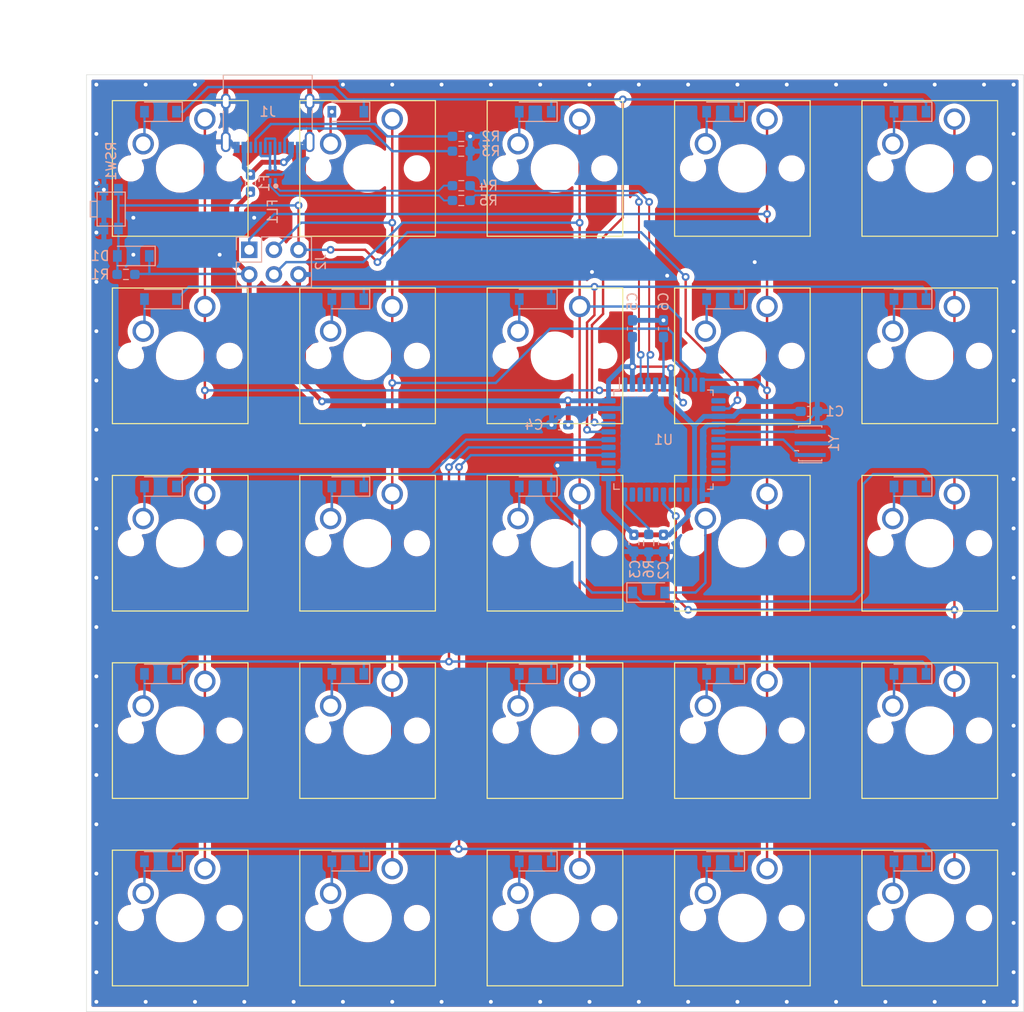
<source format=kicad_pcb>
(kicad_pcb (version 20211014) (generator pcbnew)
  (layers (0 "F.Cu" signal) (31 "B.Cu" signal) (34 "B.Paste" user) (35 "F.Paste" user) (36 "B.SilkS" user "B.Silkscreen") (37 "F.SilkS" user "F.Silkscreen") (38 "B.Mask" user) (39 "F.Mask" user) (44 "Edge.Cuts" user))
  (net 0 "")
  (net 1 "VCC")
  (net 2 "GND")
  (net 3 "row0")
  (net 4 "Net-(D2-Pad2)")
  (net 5 "Net-(D3-Pad2)")
  (net 6 "Net-(D4-Pad2)")
  (net 7 "Net-(D5-Pad2)")
  (net 8 "Net-(D6-Pad2)")
  (net 9 "Net-(D7-Pad2)")
  (net 10 "row1")
  (net 11 "Net-(D8-Pad2)")
  (net 12 "Net-(D9-Pad2)")
  (net 13 "col4")
  (net 14 "Net-(D11-Pad2)")
  (net 15 "Net-(D12-Pad2)")
  (net 16 "Net-(D13-Pad2)")
  (net 17 "row2")
  (net 18 "Net-(D14-Pad2)")
  (net 19 "Net-(D15-Pad2)")
  (net 20 "Net-(D16-Pad2)")
  (net 21 "Net-(D17-Pad2)")
  (net 22 "Net-(D18-Pad2)")
  (net 23 "Net-(D19-Pad2)")
  (net 24 "Net-(D20-Pad2)")
  (net 25 "Net-(D21-Pad2)")
  (net 26 "reset")
  (net 27 "Net-(F1-Pad2)")
  (net 28 "Net-(R6-Pad1)")
  (net 29 "col0")
  (net 30 "row3")
  (net 31 "row4")
  (net 32 "Net-(D10-Pad2)")
  (net 33 "Net-(D22-Pad2)")
  (net 34 "Net-(D23-Pad2)")
  (net 35 "Net-(D24-Pad2)")
  (net 36 "Net-(D25-Pad2)")
  (net 37 "Net-(J1-PadA5)")
  (net 38 "Net-(J1-PadB5)")
  (net 39 "Net-(U1-Pad17)")
  (net 40 "Net-(U1-Pad16)")
  (net 41 "Net-(C6-Pad2)")
  (net 42 "SCK")
  (net 43 "MOSI")
  (net 44 "MISO")
  (net 45 "D1+")
  (net 46 "D1-")
  (net 47 "D2-")
  (net 48 "D2+")
  (net 49 "D3+")
  (net 50 "D3-")
  (net 51 "Net-(D26-Pad2)")
  (net 56 "SCL")
  (net 57 "SDA")
  (net 58 "data")
  (net 59 "LED")
  (net 64 "col5")
  (net 68 "row5")
  (footprint "Button_Switch_Keyboard:SW_Cherry_MX_1.00u_PCB" (layer "F.Cu") (at 120.904 132.588)
    (fp_text reference "SW20" hide)
    (fp_text value "SW_PUSH")
  )
  (footprint "Button_Switch_Keyboard:SW_Cherry_MX_1.00u_PCB" (layer "F.Cu") (at 101.6 55.372)
    (fp_text reference "SW11" hide)
    (fp_text value "SW_PUSH")
  )
  (footprint "Button_Switch_Keyboard:SW_Cherry_MX_1.00u_PCB" (layer "F.Cu") (at 82.296 132.588)
    (fp_text reference "SW10" hide)
    (fp_text value "SW_PUSH")
  )
  (footprint "Button_Switch_Keyboard:SW_Cherry_MX_1.00u_PCB" (layer "F.Cu") (at 82.296 74.676)
    (fp_text reference "SW7" hide)
    (fp_text value "SW_PUSH")
  )
  (footprint "Button_Switch_Keyboard:SW_Cherry_MX_1.00u_PCB" (layer "F.Cu") (at 62.992 74.676)
    (fp_text reference "SW2" hide)
    (fp_text value "SW_PUSH")
  )
  (footprint "Button_Switch_Keyboard:SW_Cherry_MX_1.00u_PCB" (layer "F.Cu") (at 120.904 74.676)
    (fp_text reference "SW17" hide)
    (fp_text value "SW_PUSH")
  )
  (footprint "Button_Switch_Keyboard:SW_Cherry_MX_1.00u_PCB" (layer "F.Cu") (at 140.208 74.676)
    (fp_text reference "SW22" hide)
    (fp_text value "SW_PUSH")
  )
  (footprint "Button_Switch_Keyboard:SW_Cherry_MX_1.00u_PCB" (layer "F.Cu") (at 101.6 74.676)
    (fp_text reference "SW12" hide)
    (fp_text value "SW_PUSH")
  )
  (footprint "Button_Switch_Keyboard:SW_Cherry_MX_1.00u_PCB" (layer "F.Cu") (at 140.208 55.372)
    (fp_text reference "SW21" hide)
    (fp_text value "SW_PUSH")
  )
  (footprint "Button_Switch_Keyboard:SW_Cherry_MX_1.00u_PCB" (layer "F.Cu") (at 140.208 132.588)
    (fp_text reference "SW25" hide)
    (fp_text value "SW_PUSH")
  )
  (footprint "Button_Switch_Keyboard:SW_Cherry_MX_1.00u_PCB" (layer "F.Cu") (at 120.904 55.372)
    (fp_text reference "SW16" hide)
    (fp_text value "SW_PUSH")
  )
  (footprint "Button_Switch_Keyboard:SW_Cherry_MX_1.00u_PCB" (layer "F.Cu") (at 101.6 132.588)
    (fp_text reference "SW15" hide)
    (fp_text value "SW_PUSH")
  )
  (footprint "Button_Switch_Keyboard:SW_Cherry_MX_1.00u_PCB" (layer "F.Cu") (at 62.992 113.284)
    (fp_text reference "SW4" hide)
    (fp_text value "SW_PUSH")
  )
  (footprint "Button_Switch_Keyboard:SW_Cherry_MX_1.00u_PCB" (layer "F.Cu") (at 82.296 113.284)
    (fp_text reference "SW9" hide)
    (fp_text value "SW_PUSH")
  )
  (footprint "Button_Switch_Keyboard:SW_Cherry_MX_1.00u_PCB" (layer "F.Cu") (at 101.6 93.98)
    (fp_text reference "SW13" hide)
    (fp_text value "SW_PUSH")
  )
  (footprint "Button_Switch_Keyboard:SW_Cherry_MX_1.00u_PCB" (layer "F.Cu") (at 101.6 113.284)
    (fp_text reference "SW14" hide)
    (fp_text value "SW_PUSH")
  )
  (footprint "Button_Switch_Keyboard:SW_Cherry_MX_1.00u_PCB" (layer "F.Cu") (at 120.904 93.98)
    (fp_text reference "SW18" hide)
    (fp_text value "SW_PUSH")
  )
  (footprint "Button_Switch_Keyboard:SW_Cherry_MX_1.00u_PCB" (layer "F.Cu") (at 120.904 113.284)
    (fp_text reference "SW19" hide)
    (fp_text value "SW_PUSH")
  )
  (footprint "Button_Switch_Keyboard:SW_Cherry_MX_1.00u_PCB" (layer "F.Cu") (at 140.208 93.98)
    (fp_text reference "SW23" hide)
    (fp_text value "SW_PUSH")
  )
  (footprint "Button_Switch_Keyboard:SW_Cherry_MX_1.00u_PCB" (layer "F.Cu") (at 140.208 113.284)
    (fp_text reference "SW24" hide)
    (fp_text value "SW_PUSH")
  )
  (footprint "Button_Switch_Keyboard:SW_Cherry_MX_1.00u_PCB" (layer "F.Cu") (at 62.992 93.98)
    (fp_text reference "SW3" hide)
    (fp_text value "SW_PUSH")
  )
  (footprint "Button_Switch_Keyboard:SW_Cherry_MX_1.00u_PCB" (layer "F.Cu") (at 82.296 93.98)
    (fp_text reference "SW8" hide)
    (fp_text value "SW_PUSH")
  )
  (footprint "Button_Switch_Keyboard:SW_Cherry_MX_1.00u_PCB" (layer "F.Cu") (at 82.296 55.372)
    (fp_text reference "SW6" hide)
    (fp_text value "SW_PUSH")
  )
  (footprint "Button_Switch_Keyboard:SW_Cherry_MX_1.00u_PCB" (layer "F.Cu") (at 62.992 132.588)
    (fp_text reference "SW5" hide)
    (fp_text value "SW_PUSH")
  )
  (footprint "Button_Switch_Keyboard:SW_Cherry_MX_1.00u_PCB" (layer "F.Cu") (at 62.992 55.372)
    (fp_text reference "SW1" hide)
    (fp_text value "SW_PUSH")
  )
  (footprint "Diode_SMD:D_SOD-123" (layer "B.Cu") (at 97.028 54.61 180)
    (fp_text reference "D12" hide)
    (fp_text value "D")
  )
  (footprint "Diode_SMD:D_SOD-123" (layer "B.Cu") (at 77.724 73.91 180)
    (fp_text reference "D8" hide)
    (fp_text value "D")
  )
  (footprint "Diode_SMD:D_SOD-123" (layer "B.Cu") (at 97.028 73.91 180)
    (fp_text reference "D13" hide)
    (fp_text value "D")
  )
  (footprint "Diode_SMD:D_SOD-123" (layer "B.Cu") (at 116.332 73.91 180)
    (fp_text reference "D18" hide)
    (fp_text value "D")
  )
  (footprint "Diode_SMD:D_SOD-123" (layer "B.Cu") (at 135.636 73.91 180)
    (fp_text reference "D23" hide)
    (fp_text value "D")
  )
  (footprint "Diode_SMD:D_SOD-123" (layer "B.Cu") (at 58.42 131.826 180)
    (fp_text reference "D6" hide)
    (fp_text value "D")
  )
  (footprint "Diode_SMD:D_SOD-123" (layer "B.Cu") (at 77.724 131.826 180)
    (fp_text reference "D11" hide)
    (fp_text value "D")
  )
  (footprint "Diode_SMD:D_SOD-123" (layer "B.Cu") (at 97.028 131.826 180)
    (fp_text reference "D16" hide)
    (fp_text value "D")
  )
  (footprint "Diode_SMD:D_SOD-123" (layer "B.Cu") (at 116.332 131.826 180)
    (fp_text reference "D21" hide)
    (fp_text value "D")
  )
  (footprint "Diode_SMD:D_SOD-123" (layer "B.Cu") (at 135.636 131.826 180)
    (fp_text reference "D26" hide)
    (fp_text value "D")
  )
  (footprint "Diode_SMD:D_SOD-123" (layer "B.Cu") (at 58.42 93.218 180)
    (fp_text reference "D4" hide)
    (fp_text value "D")
  )
  (footprint "Diode_SMD:D_SOD-123" (layer "B.Cu") (at 58.42 112.522 180)
    (fp_text reference "D5" hide)
    (fp_text value "D")
  )
  (footprint "Diode_SMD:D_SOD-123" (layer "B.Cu") (at 77.724 93.218 180)
    (fp_text reference "D9" hide)
    (fp_text value "D")
  )
  (footprint "Diode_SMD:D_SOD-123" (layer "B.Cu") (at 77.724 112.522 180)
    (fp_text reference "D10" hide)
    (fp_text value "D")
  )
  (footprint "Diode_SMD:D_SOD-123" (layer "B.Cu") (at 97.028 93.218 180)
    (fp_text reference "D14" hide)
    (fp_text value "D")
  )
  (footprint "Diode_SMD:D_SOD-123" (layer "B.Cu") (at 108.712 104.14)
    (fp_text reference "D19" hide)
    (fp_text value "D")
  )
  (footprint "Diode_SMD:D_SOD-123" (layer "B.Cu") (at 116.332 112.522 180)
    (fp_text reference "D20" hide)
    (fp_text value "D")
  )
  (footprint "Diode_SMD:D_SOD-123" (layer "B.Cu") (at 135.636 93.218 180)
    (fp_text reference "D24" hide)
    (fp_text value "D")
  )
  (footprint "Diode_SMD:D_SOD-123" (layer "B.Cu") (at 135.636 112.522 180)
    (fp_text reference "D25" hide)
    (fp_text value "D")
  )
  (footprint "Diode_SMD:D_SOD-123" (layer "B.Cu") (at 97.028 112.522 180)
    (fp_text reference "D15" hide)
    (fp_text value "D")
  )
  (footprint "Diode_SMD:D_SOD-123" (layer "B.Cu") (at 116.332 54.61 180)
    (fp_text reference "D17" hide)
    (fp_text value "D")
  )
  (footprint "Diode_SMD:D_SOD-123" (layer "B.Cu") (at 135.636 54.61 180)
    (fp_text reference "D22" hide)
    (fp_text value "D")
  )
  (footprint "Capacitor_SMD:C_0603_1608Metric_Pad1.08x0.95mm_HandSolder" (layer "B.Cu") (at 125.222 85.484)
    (fp_text reference "C1")
    (fp_text value "0.1u")
  )
  (footprint "Capacitor_SMD:C_0603_1608Metric_Pad1.08x0.95mm_HandSolder" (layer "B.Cu") (at 110.236 99.06 -90)
    (fp_text reference "C2")
    (fp_text value "0.1u")
  )
  (footprint "Capacitor_SMD:C_0603_1608Metric_Pad1.08x0.95mm_HandSolder" (layer "B.Cu") (at 107.188 99.06 -90)
    (fp_text reference "C3")
    (fp_text value "0.1u")
  )
  (footprint "Capacitor_SMD:C_0603_1608Metric_Pad1.08x0.95mm_HandSolder" (layer "B.Cu") (at 99.568 86.868 180)
    (fp_text reference "C4")
    (fp_text value "0.1u")
  )
  (footprint "Capacitor_SMD:C_0603_1608Metric_Pad1.08x0.95mm_HandSolder" (layer "B.Cu") (at 107.036 76.962 90)
    (fp_text reference "C5")
    (fp_text value "4.7u")
  )
  (footprint "Capacitor_SMD:C_0603_1608Metric_Pad1.08x0.95mm_HandSolder" (layer "B.Cu") (at 110.236 76.962 -90)
    (fp_text reference "C6")
    (fp_text value "1u")
  )
  (footprint "Diode_SMD:D_SOD-123" (layer "B.Cu") (at 55.626 69.469 180)
    (fp_text reference "D1")
    (fp_text value "D")
  )
  (footprint "Diode_SMD:D_SOD-123" (layer "B.Cu") (at 58.42 73.91 180)
    (fp_text reference "D3" hide)
    (fp_text value "D")
  )
  (footprint "Fuse:Fuse_0603_1608Metric_Pad1.05x0.95mm_HandSolder" (layer "B.Cu") (at 67.691 61.976 90)
    (fp_text reference "F1")
    (fp_text value "Polyfuse")
  )
  (footprint "SAMACSYS:LXES11D" (layer "B.Cu") (at 69.977 61.087)
    (fp_text reference "FL1")
    (fp_text value "LXES11DAA2-137" hide)
  )
  (footprint "Connector_PinHeader_2.54mm:PinHeader_2x03_P2.54mm_Vertical" (layer "B.Cu") (at 67.564 68.834 -90)
    (fp_text reference "J2")
    (fp_text value "Conn_02x03_Odd_Even")
  )
  (footprint "Resistor_SMD:R_0603_1608Metric_Pad0.98x0.95mm_HandSolder" (layer "B.Cu") (at 54.864 71.374)
    (fp_text reference "R1")
    (fp_text value "10k")
  )
  (footprint "Resistor_SMD:R_0603_1608Metric_Pad0.98x0.95mm_HandSolder" (layer "B.Cu") (at 108.712 99.06 -90)
    (fp_text reference "R6")
    (fp_text value "10k")
  )
  (footprint "deci:THAF01-NC-R" (layer "B.Cu") (at 53.34 64.643 90)
    (fp_text reference "RSW1")
    (fp_text value "SW_PUSH")
  )
  (footprint "Crystal:Resonator_SMD_muRata_CSTxExxV-3Pin_3.0x1.1mm_HandSoldering" (layer "B.Cu") (at 125.349 88.773 90)
    (fp_text reference "Y1")
    (fp_text value "Crystal_GND3")
  )
  (footprint "Resistor_SMD:R_0603_1608Metric_Pad0.98x0.95mm_HandSolder" (layer "B.Cu") (at 89.408 58.674 180)
    (fp_text reference "R3")
    (fp_text value "22")
  )
  (footprint "Resistor_SMD:R_0603_1608Metric_Pad0.98x0.95mm_HandSolder" (layer "B.Cu") (at 89.408 62.23 180)
    (fp_text reference "R4")
    (fp_text value "22")
  )
  (footprint "Resistor_SMD:R_0603_1608Metric_Pad0.98x0.95mm_HandSolder" (layer "B.Cu") (at 89.408 63.754 180)
    (fp_text reference "R5")
    (fp_text value "22")
  )
  (footprint "Connector_USB:USB_C_Receptacle_XKB_U262-16XN-4BVC11" (layer "B.Cu") (at 69.469 54.61)
    (fp_text reference "J1")
    (fp_text value "USB_C_Receptacle_USB2.0")
  )
  (footprint "Diode_SMD:D_SOD-123" (layer "B.Cu") (at 58.42 54.61 180)
    (fp_text reference "D2")
    (fp_text value "D")
  )
  (footprint "Resistor_SMD:R_0603_1608Metric_Pad0.98x0.95mm_HandSolder" (layer "B.Cu") (at 89.408 57.15 180)
    (fp_text reference "R2")
    (fp_text value "22")
  )
  (footprint "Diode_SMD:D_SOD-123" (layer "B.Cu") (at 77.724 54.61 180)
    (fp_text reference "D7" hide)
    (fp_text value "D")
  )
  (footprint "Package_QFP:LQFP-44_10x10mm_P0.8mm" (layer "B.Cu") (at 110.236 88.392 -90)
    (fp_text reference "U1")
    (fp_text value "ATmega32U4-MU")
  )
  (gr_line (start 50.8 50.8) (end 50.8 147.32) (layer "Edge.Cuts") (width 0.05))
  (gr_line (start 147.32 50.8) (end 147.32 147.32) (layer "Edge.Cuts") (width 0.05))
  (gr_line (start 147.32 147.32) (end 50.8 147.32) (layer "Edge.Cuts") (width 0.05))
  (gr_line (start 50.8 50.8) (end 147.32 50.8) (layer "Edge.Cuts") (width 0.05))
  (segment (start 100.4305 86.868) (end 100.4305 84.3785) (width 0.5) (layer "F.Cu") (net 1))
  (segment (start 66.263999 64.419001) (end 67.691 62.992) (width 0.5) (layer "F.Cu") (net 1))
  (segment (start 110.846012 80.874012) (end 110.998 81.026) (width 0.25) (layer "F.Cu") (net 1))
  (segment (start 100.4305 84.3785) (end 100.394 84.342) (width 0.5) (layer "F.Cu") (net 1))
  (segment (start 66.263999 64.419001) (end 66.263999 70.073999) (width 0.5) (layer "F.Cu") (net 1))
  (segment (start 107.2025 98.1975) (end 107.2 98.2) (width 0.5) (layer "F.Cu") (net 1))
  (segment (start 66.263999 70.073999) (end 67.564 71.374) (width 0.5) (layer "F.Cu") (net 1))
  (segment (start 67.564 76.953998) (end 75.061005 84.451003) (width 0.5) (layer "F.Cu") (net 1))
  (segment (start 107.036012 80.874012) (end 110.846012 80.874012) (width 0.25) (layer "F.Cu") (net 1))
  (segment (start 110.236 98.1975) (end 107.2025 98.1975) (width 0.5) (layer "F.Cu") (net 1))
  (segment (start 67.564 71.374) (end 67.564 76.953998) (width 0.5) (layer "F.Cu") (net 1))
  (via (at 67.691 62.992) (size 0.8) (drill 0.4) (layers "F.Cu" "B.Cu") (net 1))
  (via (at 110.236 98.1975) (size 0.8) (drill 0.4) (layers "F.Cu" "B.Cu") (net 1))
  (via (at 107.2 98.2) (size 0.8) (drill 0.4) (layers "F.Cu" "B.Cu") (net 1))
  (via (at 110.998 81.026) (size 0.8) (drill 0.4) (layers "F.Cu" "B.Cu") (net 1))
  (via (at 100.394 84.342) (size 0.8) (drill 0.4) (layers "F.Cu" "B.Cu") (net 1))
  (via (at 107.036012 80.874012) (size 0.8) (drill 0.4) (layers "F.Cu" "B.Cu") (net 1))
  (via (at 100.4305 86.868) (size 0.8) (drill 0.4) (layers "F.Cu" "B.Cu") (net 1))
  (via (at 75.061005 84.451003) (size 0.8) (drill 0.4) (layers "F.Cu" "B.Cu") (net 1))
  (segment (start 110.236 98.1975) (end 110.83251 98.1975) (width 0.5) (layer "B.Cu") (net 1))
  (segment (start 113.436 95.098) (end 113.436 94.0545) (width 0.5) (layer "B.Cu") (net 1))
  (segment (start 112.776 96.25401) (end 112.776 95.758) (width 0.5) (layer "B.Cu") (net 1))
  (segment (start 114.414 85.992) (end 115.8985 85.992) (width 0.5) (layer "B.Cu") (net 1))
  (segment (start 104.5735 95.583) (end 104.5735 92.392) (width 0.5) (layer "B.Cu") (net 1))
  (segment (start 111.036 81.064) (end 110.998 81.026) (width 0.5) (layer "B.Cu") (net 1))
  (segment (start 111.036 84.57) (end 113.436 86.97) (width 0.5) (layer "B.Cu") (net 1))
  (segment (start 55.83 71.3205) (end 55.7765 71.374) (width 0.25) (layer "B.Cu") (net 1))
  (segment (start 107.036 82.7295) (end 107.036 80.874) (width 0.5) (layer "B.Cu") (net 1))
  (segment (start 112.776 95.758) (end 113.436 95.098) (width 0.5) (layer "B.Cu") (net 1))
  (segment (start 57.276 71.268) (end 57.2235 71.3205) (width 0.25) (layer "B.Cu") (net 1))
  (segment (start 64.135 71.3205) (end 57.2235 71.3205) (width 0.25) (layer "B.Cu") (net 1))
  (segment (start 117.97 85.484) (end 117.462 85.992) (width 0.5) (layer "B.Cu") (net 1))
  (segment (start 107.036 78.0785) (end 107.036 80.874) (width 0.5) (layer "B.Cu") (net 1))
  (segment (start 104.5735 95.583) (end 107.188 98.1975) (width 0.5) (layer "B.Cu") (net 1))
  (segment (start 117.462 85.992) (end 115.8985 85.992) (width 0.5) (layer "B.Cu") (net 1))
  (segment (start 107.036 80.874) (end 107.036012 80.874012) (width 0.5) (layer "B.Cu") (net 1))
  (segment (start 106.012303 80.874012) (end 107.036012 80.874012) (width 0.5) (layer "B.Cu") (net 1))
  (segment (start 104.5735 84.392) (end 75.120008 84.392) (width 0.5) (layer "B.Cu") (net 1))
  (segment (start 104.5735 84.392) (end 104.5735 82.312815) (width 0.5) (layer "B.Cu") (net 1))
  (segment (start 104.5735 82.312815) (end 106.012303 80.874012) (width 0.5) (layer "B.Cu") (net 1))
  (segment (start 111.036 82.7295) (end 111.036 81.064) (width 0.5) (layer "B.Cu") (net 1))
  (segment (start 110.83251 98.1975) (end 112.776 96.25401) (width 0.5) (layer "B.Cu") (net 1))
  (segment (start 113.436 86.97) (end 114.414 85.992) (width 0.5) (layer "B.Cu") (net 1))
  (segment (start 75.120008 84.392) (end 75.061005 84.451003) (width 0.5) (layer "B.Cu") (net 1))
  (segment (start 113.436 94.0545) (end 113.436 86.97) (width 0.5) (layer "B.Cu") (net 1))
  (segment (start 57.2235 71.3205) (end 55.83 71.3205) (width 0.25) (layer "B.Cu") (net 1))
  (segment (start 64.135 71.3205) (end 67.5105 71.3205) (width 0.25) (layer "B.Cu") (net 1))
  (segment (start 67.5105 71.3205) (end 67.564 71.374) (width 0.25) (layer "B.Cu") (net 1))
  (segment (start 111.036 82.7295) (end 111.036 84.57) (width 0.5) (layer "B.Cu") (net 1))
  (segment (start 57.276 69.469) (end 57.276 71.268) (width 0.25) (layer "B.Cu") (net 1))
  (segment (start 124.3595 85.484) (end 117.97 85.484) (width 0.5) (layer "B.Cu") (net 1))
  (segment (start 73.152 58.352) (end 73.152 61.087) (width 0.5) (layer "F.Cu") (net 2))
  (segment (start 110.236 76.0995) (end 110.236 71.882) (width 0.5) (layer "F.Cu") (net 2))
  (segment (start 73.944001 78.319498) (end 73.152 79.111499) (width 0.5) (layer "F.Cu") (net 2))
  (segment (start 110.236 71.882) (end 110.617 71.501) (width 0.5) (layer "F.Cu") (net 2))
  (segment (start 73.789 57.715) (end 73.152 58.352) (width 0.5) (layer "F.Cu") (net 2))
  (segment (start 73.789 53.535) (end 73.789 57.715) (width 0.5) (layer "F.Cu") (net 2))
  (segment (start 98.679 86.8945) (end 98.7055 86.868) (width 0.25) (layer "F.Cu") (net 2))
  (segment (start 73.152 80.645) (end 79.375 86.868) (width 0.5) (layer "F.Cu") (net 2))
  (segment (start 73.914 71.374) (end 73.944001 71.404001) (width 0.5) (layer "F.Cu") (net 2))
  (segment (start 73.789 53.535) (end 86.7055 53.535) (width 0.25) (layer "F.Cu") (net 2))
  (segment (start 112.014 70.104) (end 119.634 70.104) (width 0.5) (layer "F.Cu") (net 2))
  (segment (start 73.944001 61.879001) (end 73.944001 71.404001) (width 0.5) (layer "F.Cu") (net 2))
  (segment (start 110.617 71.501) (end 112.014 70.104) (width 0.5) (layer "F.Cu") (net 2))
  (segment (start 73.152 79.111499) (end 73.152 80.645) (width 0.5) (layer "F.Cu") (net 2))
  (segment (start 65.149 53.535) (end 53.907 53.535) (width 0.25) (layer "F.Cu") (net 2))
  (segment (start 98.7055 90.4505) (end 99.314 91.059) (width 0.5) (layer "F.Cu") (net 2))
  (segment (start 73.944001 71.404001) (end 73.944001 78.319498) (width 0.5) (layer "F.Cu") (net 2))
  (segment (start 73.152 61.087) (end 73.944001 61.879001) (width 0.5) (layer "F.Cu") (net 2))
  (segment (start 72.644 71.374) (end 73.914 71.374) (width 0.5) (layer "F.Cu") (net 2))
  (segment (start 98.7055 86.868) (end 98.7055 90.4505) (width 0.5) (layer "F.Cu") (net 2))
  (segment (start 52.59 54.852) (end 52.59 62.643) (width 0.25) (layer "F.Cu") (net 2))
  (segment (start 86.7055 53.535) (end 90.3205 57.15) (width 0.25) (layer "F.Cu") (net 2))
  (segment (start 53.907 53.535) (end 52.59 54.852) (width 0.25) (layer "F.Cu") (net 2))
  (via (at 82.296 51.816) (size 0.8) (drill 0.4) (layers "F.Cu" "B.Cu") (net 2))
  (via (at 87.376 51.816) (size 0.8) (drill 0.4) (layers "F.Cu" "B.Cu") (net 2))
  (via (at 92.456 51.816) (size 0.8) (drill 0.4) (layers "F.Cu" "B.Cu") (net 2))
  (via (at 97.536 51.816) (size 0.8) (drill 0.4) (layers "F.Cu" "B.Cu") (net 2))
  (via (at 102.616 51.816) (size 0.8) (drill 0.4) (layers "F.Cu" "B.Cu") (net 2))
  (via (at 107.696 51.816) (size 0.8) (drill 0.4) (layers "F.Cu" "B.Cu") (net 2))
  (via (at 112.776 51.816) (size 0.8) (drill 0.4) (layers "F.Cu" "B.Cu") (net 2))
  (via (at 117.856 51.816) (size 0.8) (drill 0.4) (layers "F.Cu" "B.Cu") (net 2))
  (via (at 122.936 51.816) (size 0.8) (drill 0.4) (layers "F.Cu" "B.Cu") (net 2))
  (via (at 128.016 51.816) (size 0.8) (drill 0.4) (layers "F.Cu" "B.Cu") (net 2))
  (via (at 133.096 51.816) (size 0.8) (drill 0.4) (layers "F.Cu" "B.Cu") (net 2))
  (via (at 138.176 51.816) (size 0.8) (drill 0.4) (layers "F.Cu" "B.Cu") (net 2))
  (via (at 143.256 51.816) (size 0.8) (drill 0.4) (layers "F.Cu" "B.Cu") (net 2))
  (via (at 146.304 51.816) (size 0.8) (drill 0.4) (layers "F.Cu" "B.Cu") (net 2))
  (via (at 146.304 56.896) (size 0.8) (drill 0.4) (layers "F.Cu" "B.Cu") (net 2))
  (via (at 146.304 61.976) (size 0.8) (drill 0.4) (layers "F.Cu" "B.Cu") (net 2))
  (via (at 146.304 67.056) (size 0.8) (drill 0.4) (layers "F.Cu" "B.Cu") (net 2))
  (via (at 146.304 72.136) (size 0.8) (drill 0.4) (layers "F.Cu" "B.Cu") (net 2))
  (via (at 146.304 77.216) (size 0.8) (drill 0.4) (layers "F.Cu" "B.Cu") (net 2))
  (via (at 146.304 82.296) (size 0.8) (drill 0.4) (layers "F.Cu" "B.Cu") (net 2))
  (via (at 146.304 87.376) (size 0.8) (drill 0.4) (layers "F.Cu" "B.Cu") (net 2))
  (via (at 146.304 92.456) (size 0.8) (drill 0.4) (layers "F.Cu" "B.Cu") (net 2))
  (via (at 146.304 97.536) (size 0.8) (drill 0.4) (layers "F.Cu" "B.Cu") (net 2))
  (via (at 146.304 102.616) (size 0.8) (drill 0.4) (layers "F.Cu" "B.Cu") (net 2))
  (via (at 146.304 107.696) (size 0.8) (drill 0.4) (layers "F.Cu" "B.Cu") (net 2))
  (via (at 146.304 112.776) (size 0.8) (drill 0.4) (layers "F.Cu" "B.Cu") (net 2))
  (via (at 146.304 117.856) (size 0.8) (drill 0.4) (layers "F.Cu" "B.Cu") (net 2))
  (via (at 146.304 122.936) (size 0.8) (drill 0.4) (layers "F.Cu" "B.Cu") (net 2))
  (via (at 146.304 128.016) (size 0.8) (drill 0.4) (layers "F.Cu" "B.Cu") (net 2))
  (via (at 146.304 133.096) (size 0.8) (drill 0.4) (layers "F.Cu" "B.Cu") (net 2))
  (via (at 146.304 138.176) (size 0.8) (drill 0.4) (layers "F.Cu" "B.Cu") (net 2))
  (via (at 146.304 143.256) (size 0.8) (drill 0.4) (layers "F.Cu" "B.Cu") (net 2))
  (via (at 146.304 146.304) (size 0.8) (drill 0.4) (layers "F.Cu" "B.Cu") (net 2))
  (via (at 51.816 77.216) (size 0.8) (drill 0.4) (layers "F.Cu" "B.Cu") (net 2))
  (via (at 51.816 82.296) (size 0.8) (drill 0.4) (layers "F.Cu" "B.Cu") (net 2))
  (via (at 51.816 87.376) (size 0.8) (drill 0.4) (layers "F.Cu" "B.Cu") (net 2))
  (via (at 51.816 92.456) (size 0.8) (drill 0.4) (layers "F.Cu" "B.Cu") (net 2))
  (via (at 51.816 97.536) (size 0.8) (drill 0.4) (layers "F.Cu" "B.Cu") (net 2))
  (via (at 51.816 102.616) (size 0.8) (drill 0.4) (layers "F.Cu" "B.Cu") (net 2))
  (via (at 51.816 107.696) (size 0.8) (drill 0.4) (layers "F.Cu" "B.Cu") (net 2))
  (via (at 51.816 112.776) (size 0.8) (drill 0.4) (layers "F.Cu" "B.Cu") (net 2))
  (via (at 51.816 117.856) (size 0.8) (drill 0.4) (layers "F.Cu" "B.Cu") (net 2))
  (via (at 51.816 122.936) (size 0.8) (drill 0.4) (layers "F.Cu" "B.Cu") (net 2))
  (via (at 51.816 128.016) (size 0.8) (drill 0.4) (layers "F.Cu" "B.Cu") (net 2))
  (via (at 51.816 133.096) (size 0.8) (drill 0.4) (layers "F.Cu" "B.Cu") (net 2))
  (via (at 51.816 138.176) (size 0.8) (drill 0.4) (layers "F.Cu" "B.Cu") (net 2))
  (via (at 51.816 143.256) (size 0.8) (drill 0.4) (layers "F.Cu" "B.Cu") (net 2))
  (via (at 51.816 146.304) (size 0.8) (drill 0.4) (layers "F.Cu" "B.Cu") (net 2))
  (via (at 56.896 146.304) (size 0.8) (drill 0.4) (layers "F.Cu" "B.Cu") (net 2))
  (via (at 61.976 146.304) (size 0.8) (drill 0.4) (layers "F.Cu" "B.Cu") (net 2))
  (via (at 67.056 146.304) (size 0.8) (drill 0.4) (layers "F.Cu" "B.Cu") (net 2))
  (via (at 72.136 146.304) (size 0.8) (drill 0.4) (layers "F.Cu" "B.Cu") (net 2))
  (via (at 77.216 146.304) (size 0.8) (drill 0.4) (layers "F.Cu" "B.Cu") (net 2))
  (via (at 82.296 146.304) (size 0.8) (drill 0.4) (layers "F.Cu" "B.Cu") (net 2))
  (via (at 87.376 146.304) (size 0.8) (drill 0.4) (layers "F.Cu" "B.Cu") (net 2))
  (via (at 92.456 146.304) (size 0.8) (drill 0.4) (layers "F.Cu" "B.Cu") (net 2))
  (via (at 97.536 146.304) (size 0.8) (drill 0.4) (layers "F.Cu" "B.Cu") (net 2))
  (via (at 102.616 146.304) (size 0.8) (drill 0.4) (layers "F.Cu" "B.Cu") (net 2))
  (via (at 107.696 146.304) (size 0.8) (drill 0.4) (layers "F.Cu" "B.Cu") (net 2))
  (via (at 112.776 146.304) (size 0.8) (drill 0.4) (layers "F.Cu" "B.Cu") (net 2))
  (via (at 117.856 146.304) (size 0.8) (drill 0.4) (layers "F.Cu" "B.Cu") (net 2))
  (via (at 122.936 146.304) (size 0.8) (drill 0.4) (layers "F.Cu" "B.Cu") (net 2))
  (via (at 128.016 146.304) (size 0.8) (drill 0.4) (layers "F.Cu" "B.Cu") (net 2))
  (via (at 133.096 146.304) (size 0.8) (drill 0.4) (layers "F.Cu" "B.Cu") (net 2))
  (via (at 138.176 146.304) (size 0.8) (drill 0.4) (layers "F.Cu" "B.Cu") (net 2))
  (via (at 143.256 146.304) (size 0.8) (drill 0.4) (layers "F.Cu" "B.Cu") (net 2))
  (via (at 56.896 51.816) (size 0.8) (drill 0.4) (layers "F.Cu" "B.Cu") (net 2))
  (via (at 61.976 51.816) (size 0.8) (drill 0.4) (layers "F.Cu" "B.Cu") (net 2))
  (via (at 77.216 51.816) (size 0.8) (drill 0.4) (layers "F.Cu" "B.Cu") (net 2))
  (via (at 51.816 56.896) (size 0.8) (drill 0.4) (layers "F.Cu" "B.Cu") (net 2))
  (via (at 51.816 61.976) (size 0.8) (drill 0.4) (layers "F.Cu" "B.Cu") (net 2))
  (via (at 51.816 67.056) (size 0.8) (drill 0.4) (layers "F.Cu" "B.Cu") (net 2))
  (via (at 51.816 72.136) (size 0.8) (drill 0.4) (layers "F.Cu" "B.Cu") (net 2))
  (via (at 55.626 69.342) (size 0.8) (drill 0.4) (layers "F.Cu" "B.Cu") (net 2))
  (via (at 52.59 62.643) (size 0.8) (drill 0.4) (layers "F.Cu" "B.Cu") (net 2))
  (via (at 79.375 86.868) (size 0.8) (drill 0.4) (layers "F.Cu" "B.Cu") (net 2))
  (via (at 55.626 65.532) (size 0.8) (drill 0.4) (layers "F.Cu" "B.Cu") (net 2))
  (via (at 51.816 51.816) (size 0.8) (drill 0.4) (layers "F.Cu" "B.Cu") (net 2))
  (via (at 90.3205 57.15) (size 0.8) (drill 0.4) (layers "F.Cu" "B.Cu") (net 2))
  (via (at 98.7055 86.868) (size 0.8) (drill 0.4) (layers "F.Cu" "B.Cu") (net 2))
  (via (at 99.314 91.059) (size 0.8) (drill 0.4) (layers "F.Cu" "B.Cu") (net 2))
  (via (at 64.516 69.342) (size 0.8) (drill 0.4) (layers "F.Cu" "B.Cu") (net 2))
  (via (at 102.87 71.12) (size 0.8) (drill 0.4) (layers "F.Cu" "B.Cu") (net 2))
  (via (at 119.634 70.104) (size 0.8) (drill 0.4) (layers "F.Cu" "B.Cu") (net 2))
  (via (at 68.072 65.532) (size 0.8) (drill 0.4) (layers "F.Cu" "B.Cu") (net 2))
  (via (at 110.236 76.0995) (size 0.8) (drill 0.4) (layers "F.Cu" "B.Cu") (net 2))
  (via (at 110.617 71.501) (size 0.8) (drill 0.4) (layers "F.Cu" "B.Cu") (net 2))
  (segment (start 115.055144 86.86699) (end 115.054134 86.868) (width 0.5) (layer "B.Cu") (net 2))
  (segment (start 115.8985 86.792) (end 124.7765 86.792) (width 0.25) (layer "B.Cu") (net 2))
  (segment (start 104.5735 85.192) (end 100.3815 85.192) (width 0.5) (layer "B.Cu") (net 2))
  (segment (start 103.48 91.592) (end 99.847 91.592) (width 0.5) (layer "B.Cu") (net 2))
  (segment (start 115.8985 86.7935) (end 115.82501 86.86699) (width 0.5) (layer "B.Cu") (net 2))
  (segment (start 114.236 87.44) (end 114.236 94.0545) (width 0.5) (layer "B.Cu") (net 2))
  (segment (start 100.3815 85.192) (end 98.7055 86.868) (width 0.5) (layer "B.Cu") (net 2))
  (segment (start 73.224 58.28) (end 73.789 57.715) (width 0.5) (layer "B.Cu") (net 2))
  (segment (start 104.5735 85.192) (end 107.741866 85.192) (width 0.5) (layer "B.Cu") (net 2))
  (segment (start 124.7765 86.792) (end 127.178 86.792) (width 0.25) (layer "B.Cu") (net 2))
  (segment (start 127.762 88.21) (end 127.199 88.773) (width 0.25) (layer "B.Cu") (net 2))
  (segment (start 125.341 88.781) (end 125.349 88.773) (width 0.25) (layer "B.Cu") (net 2))
  (segment (start 115.8985 86.792) (end 115.8985 86.7935) (width 0.5) (layer "B.Cu") (net 2))
  (segment (start 107.188 99.9225) (end 103.38599 96.12049) (width 0.5) (layer "B.Cu") (net 2))
  (segment (start 72.519 59.495) (end 72.519 58.28) (width 0.25) (layer "B.Cu") (net 2))
  (segment (start 104.5735 91.592) (end 103.48 91.592) (width 0.5) (layer "B.Cu") (net 2))
  (segment (start 70.927 61.087) (end 72.519 59.495) (width 0.25) (layer "B.Cu") (net 2))
  (segment (start 65.149 57.715) (end 65.149 53.535) (width 0.5) (layer "B.Cu") (net 2))
  (segment (start 72.819 58.28) (end 73.224 58.28) (width 0.5) (layer "B.Cu") (net 2))
  (segment (start 109.436 83.497866) (end 109.436 82.7295) (width 0.5) (layer "B.Cu") (net 2))
  (segment (start 108.712 99.9725) (end 110.186 99.9725) (width 0.5) (layer "B.Cu") (net 2))
  (segment (start 52.59 62.643) (end 52.59 66.643) (width 0.25) (layer "B.Cu") (net 2))
  (segment (start 115.82501 86.86699) (end 115.055144 86.86699) (width 0.5) (layer "B.Cu") (net 2))
  (segment (start 107.188 99.9225) (end 108.662 99.9225) (width 0.5) (layer "B.Cu") (net 2))
  (segment (start 107.741866 85.192) (end 109.436 83.497866) (width 0.5) (layer "B.Cu") (net 2))
  (segment (start 65.149 53.535) (end 73.789 53.535) (width 0.5) (layer "B.Cu") (net 2))
  (segment (start 72.519 58.28) (end 72.819 58.28) (width 0.25) (layer "B.Cu") (net 2))
  (segment (start 127.762 87.376) (end 127.762 88.21) (width 0.25) (layer "B.Cu") (net 2))
  (segment (start 99.847 91.592) (end 99.314 91.059) (width 0.5) (layer "B.Cu") (net 2))
  (segment (start 65.554 57.715) (end 66.119 58.28) (width 0.5) (layer "B.Cu") (net 2))
  (segment (start 79.375 86.868) (end 98.7055 86.868) (width 0.5) (layer "B.Cu") (net 2))
  (segment (start 70.477 61.087) (end 70.927 61.087) (width 0.25) (layer "B.Cu") (net 2))
  (segment (start 65.149 57.715) (end 65.554 57.715) (width 0.5) (layer "B.Cu") (net 2))
  (segment (start 103.38599 91.68601) (end 103.48 91.592) (width 0.5) (layer "B.Cu") (net 2))
  (segment (start 115.054134 86.868) (end 114.808 86.868) (width 0.5) (layer "B.Cu") (net 2))
  (segment (start 90.3205 57.15) (end 90.3205 58.674) (width 0.25) (layer "B.Cu") (net 2))
  (segment (start 127.178 86.792) (end 127.762 87.376) (width 0.25) (layer "B.Cu") (net 2))
  (segment (start 114.808 86.868) (end 114.236 87.44) (width 0.5) (layer "B.Cu") (net 2))
  (segment (start 69.477 61.087) (end 70.477 61.087) (width 0.25) (layer "B.Cu") (net 2))
  (segment (start 124.7765 86.792) (end 126.0845 85.484) (width 0.25) (layer "B.Cu") (net 2))
  (segment (start 110.186 99.9725) (end 110.236 99.9225) (width 0.5) (layer "B.Cu") (net 2))
  (segment (start 103.38599 96.12049) (end 103.38599 91.68601) (width 0.5) (layer "B.Cu") (net 2))
  (segment (start 107.036 76.0995) (end 110.236 76.0995) (width 0.5) (layer "B.Cu") (net 2))
  (segment (start 127.199 88.773) (end 125.349 88.773) (width 0.25) (layer "B.Cu") (net 2))
  (segment (start 66.119 58.28) (end 66.419 58.28) (width 0.25) (layer "B.Cu") (net 2))
  (segment (start 108.662 99.9225) (end 108.712 99.9725) (width 0.5) (layer "B.Cu") (net 2))
  (segment (start 106.045 62.395998) (end 106.045 53.34) (width 0.25) (layer "F.Cu") (net 3))
  (segment (start 102.87 86.36) (end 102.87 76.581) (width 0.25) (layer "F.Cu") (net 3))
  (segment (start 104.013 67.564) (end 106.045 65.532) (width 0.25) (layer "F.Cu") (net 3))
  (segment (start 106.045 65.532) (end 106.045 62.395998) (width 0.25) (layer "F.Cu") (net 3))
  (segment (start 104.013 75.438) (end 104.013 67.564) (width 0.25) (layer "F.Cu") (net 3))
  (segment (start 103.124 86.614) (end 102.87 86.36) (width 0.25) (layer "F.Cu") (net 3))
  (segment (start 102.87 76.581) (end 104.013 75.438) (width 0.25) (layer "F.Cu") (net 3))
  (via (at 103.124 86.614) (size 0.8) (drill 0.4) (layers "F.Cu" "B.Cu") (net 3))
  (via (at 106.045 53.34) (size 0.8) (drill 0.4) (layers "F.Cu" "B.Cu") (net 3))
  (segment (start 63.31 52.07) (end 76.396998 52.07) (width 0.25) (layer "B.Cu") (net 3))
  (segment (start 117.982 54.61) (end 117.982 53.341) (width 0.25) (layer "B.Cu") (net 3))
  (segment (start 137.286 54.61) (end 137.286 53.72) (width 0.25) (layer "B.Cu") (net 3))
  (segment (start 106.045 53.34) (end 103.251 53.34) (width 0.25) (layer "B.Cu") (net 3))
  (segment (start 136.906 53.34) (end 132.588 53.34) (width 0.25) (layer "B.Cu") (net 3))
  (segment (start 77.666998 53.34) (end 79.375 53.34) (width 0.25) (layer "B.Cu") (net 3))
  (segment (start 104.5735 86.792) (end 103.302 86.792) (width 0.25) (layer "B.Cu") (net 3))
  (segment (start 103.302 86.792) (end 103.124 86.614) (width 0.25) (layer "B.Cu") (net 3))
  (segment (start 98.679 53.34) (end 79.375 53.34) (width 0.25) (layer "B.Cu") (net 3))
  (segment (start 98.678 54.61) (end 98.678 53.341) (width 0.25) (layer "B.Cu") (net 3))
  (segment (start 79.374 54.61) (end 79.374 53.341) (width 0.25) (layer "B.Cu") (net 3))
  (segment (start 117.983 53.34) (end 106.045 53.34) (width 0.25) (layer "B.Cu") (net 3))
  (segment (start 98.678 53.341) (end 98.679 53.34) (width 0.25) (layer "B.Cu") (net 3))
  (segment (start 137.286 53.72) (end 136.906 53.34) (width 0.25) (layer "B.Cu") (net 3))
  (segment (start 60.77 54.61) (end 63.31 52.07) (width 0.25) (layer "B.Cu") (net 3))
  (segment (start 132.588 53.34) (end 117.983 53.34) (width 0.25) (layer "B.Cu") (net 3))
  (segment (start 79.374 53.341) (end 79.375 53.34) (width 0.25) (layer "B.Cu") (net 3))
  (segment (start 60.07 54.61) (end 60.77 54.61) (width 0.25) (layer "B.Cu") (net 3))
  (segment (start 117.982 53.341) (end 117.983 53.34) (width 0.25) (layer "B.Cu") (net 3))
  (segment (start 103.251 53.34) (end 98.679 53.34) (width 0.25) (layer "B.Cu") (net 3))
  (segment (start 76.396998 52.07) (end 77.666998 53.34) (width 0.25) (layer "B.Cu") (net 3))
  (segment (start 56.77 57.784) (end 56.642 57.912) (width 0.25) (layer "B.Cu") (net 4))
  (segment (start 56.77 54.61) (end 56.77 57.784) (width 0.25) (layer "B.Cu") (net 4))
  (segment (start 56.77 73.91) (end 56.77 77.088) (width 0.25) (layer "B.Cu") (net 5))
  (segment (start 56.77 77.088) (end 56.642 77.216) (width 0.25) (layer "B.Cu") (net 5))
  (segment (start 56.77 93.214) (end 56.77 96.392) (width 0.25) (layer "B.Cu") (net 6))
  (segment (start 56.77 96.392) (end 56.642 96.52) (width 0.25) (layer "B.Cu") (net 6))
  (segment (start 56.77 112.518) (end 56.77 115.696) (width 0.25) (layer "B.Cu") (net 7))
  (segment (start 56.77 115.696) (end 56.642 115.824) (width 0.25) (layer "B.Cu") (net 7))
  (segment (start 56.77 135) (end 56.642 135.128) (width 0.25) (layer "B.Cu") (net 8))
  (segment (start 56.77 131.822) (end 56.77 135) (width 0.25) (layer "B.Cu") (net 8))
  (segment (start 75.946 54.737) (end 76.073 54.61) (width 0.25) (layer "F.Cu") (net 9))
  (segment (start 75.946 57.912) (end 75.946 54.737) (width 0.25) (layer "F.Cu") (net 9))
  (via (at 76.073 54.61) (size 0.8) (drill 0.4) (layers "F.Cu" "B.Cu") (net 9))
  (segment (start 102.362 76.327) (end 103.123984 75.565016) (width 0.25) (layer "F.Cu") (net 10))
  (segment (start 102.362 87.376) (end 102.362 76.327) (width 0.25) (layer "F.Cu") (net 10))
  (segment (start 103.123984 72.644) (end 103.123984 75.565016) (width 0.25) (layer "F.Cu") (net 10))
  (via (at 102.362 87.376) (size 0.8) (drill 0.4) (layers "F.Cu" "B.Cu") (net 10))
  (via (at 103.123984 72.644) (size 0.8) (drill 0.4) (layers "F.Cu" "B.Cu") (net 10))
  (segment (start 98.678 72.645) (end 98.679 72.644) (width 0.25) (layer "B.Cu") (net 10))
  (segment (start 98.678 73.914) (end 98.678 72.645) (width 0.25) (layer "B.Cu") (net 10))
  (segment (start 79.374 72.645) (end 79.375 72.644) (width 0.25) (layer "B.Cu") (net 10))
  (segment (start 79.374 73.914) (end 79.374 72.645) (width 0.25) (layer "B.Cu") (net 10))
  (segment (start 117.982 72.645) (end 117.983 72.644) (width 0.25) (layer "B.Cu") (net 10))
  (segment (start 117.982 73.914) (end 117.982 72.645) (width 0.25) (layer "B.Cu") (net 10))
  (segment (start 117.983 72.644) (end 111.76 72.644) (width 0.25) (layer "B.Cu") (net 10))
  (segment (start 87.063499 72.644) (end 79.375 72.644) (width 0.25) (layer "B.Cu") (net 10))
  (segment (start 103.123984 72.644) (end 111.50598 72.644) (width 0.25) (layer "B.Cu") (net 10))
  (segment (start 137.286 73.914) (end 137.286 73.024) (width 0.25) (layer "B.Cu") (net 10))
  (segment (start 137.286 73.024) (end 136.906 72.644) (width 0.25) (layer "B.Cu") (net 10))
  (segment (start 126.628998 72.644) (end 117.983 72.644) (width 0.25) (layer "B.Cu") (net 10))
  (segment (start 104.5735 87.592) (end 102.578 87.592) (width 0.25) (layer "B.Cu") (net 10))
  (segment (start 61.336 72.644) (end 60.07 73.91) (width 0.25) (layer "B.Cu") (net 10))
  (segment (start 98.679 72.644) (end 87.063499 72.644) (width 0.25) (layer "B.Cu") (net 10))
  (segment (start 98.679 72.644) (end 103.123984 72.644) (width 0.25) (layer "B.Cu") (net 10))
  (segment (start 79.375 72.644) (end 61.336 72.644) (width 0.25) (layer "B.Cu") (net 10))
  (segment (start 111.76 72.644) (end 111.50598 72.644) (width 0.25) (layer "B.Cu") (net 10))
  (segment (start 136.906 72.644) (end 126.628998 72.644) (width 0.25) (layer "B.Cu") (net 10))
  (segment (start 102.578 87.592) (end 102.362 87.376) (width 0.25) (layer "B.Cu") (net 10))
  (segment (start 76.074 73.914) (end 76.074 77.088) (width 0.25) (layer "B.Cu") (net 11))
  (segment (start 76.074 77.088) (end 75.946 77.216) (width 0.25) (layer "B.Cu") (net 11))
  (segment (start 76.074 77.088) (end 75.946 77.216) (width 0.25) (layer "B.Cu") (net 11))
  (segment (start 76.074 73.91) (end 76.074 77.088) (width 0.25) (layer "B.Cu") (net 11))
  (segment (start 76.074 93.214) (end 76.074 96.392) (width 0.25) (layer "B.Cu") (net 12))
  (segment (start 76.074 96.392) (end 75.946 96.52) (width 0.25) (layer "B.Cu") (net 12))
  (segment (start 76.074 96.392) (end 75.946 96.52) (width 0.25) (layer "B.Cu") (net 12))
  (segment (start 76.074 93.218) (end 76.074 96.392) (width 0.25) (layer "B.Cu") (net 12))
  (segment (start 112.776 105.918) (end 111.506 104.648) (width 0.25) (layer "F.Cu") (net 13))
  (segment (start 140.208 65.786) (end 140.208 74.676) (width 0.25) (layer "F.Cu") (net 13))
  (segment (start 111.506 104.648) (end 111.506 96.266008) (width 0.25) (layer "F.Cu") (net 13))
  (segment (start 140.208 106.045) (end 140.208 113.284) (width 0.25) (layer "F.Cu") (net 13))
  (segment (start 140.208 105.918) (end 140.208 106.045) (width 0.25) (layer "F.Cu") (net 13))
  (segment (start 140.208 74.676) (end 140.208 93.98) (width 0.25) (layer "F.Cu") (net 13))
  (segment (start 140.208 55.372) (end 140.208 65.786) (width 0.25) (layer "F.Cu") (net 13))
  (segment (start 140.208 93.98) (end 140.208 105.918) (width 0.25) (layer "F.Cu") (net 13))
  (segment (start 140.208 113.284) (end 140.208 132.588) (width 0.25) (layer "F.Cu") (net 13))
  (via (at 111.506 96.266008) (size 0.8) (drill 0.4) (layers "F.Cu" "B.Cu") (net 13))
  (via (at 112.776 105.918) (size 0.8) (drill 0.4) (layers "F.Cu" "B.Cu") (net 13))
  (via (at 140.208 105.918) (size 0.8) (drill 0.4) (layers "F.Cu" "B.Cu") (net 13))
  (segment (start 112.776 105.918) (end 140.208 105.918) (width 0.25) (layer "B.Cu") (net 13))
  (segment (start 110.236 94.0545) (end 110.236 94.996008) (width 0.25) (layer "B.Cu") (net 13))
  (segment (start 110.236 94.996008) (end 111.506 96.266008) (width 0.25) (layer "B.Cu") (net 13))
  (segment (start 76.074 131.826) (end 76.074 135) (width 0.25) (layer "B.Cu") (net 14))
  (segment (start 76.074 135) (end 75.946 135.128) (width 0.25) (layer "B.Cu") (net 14))
  (segment (start 76.074 135) (end 75.946 135.128) (width 0.25) (layer "B.Cu") (net 14))
  (segment (start 76.074 131.822) (end 76.074 135) (width 0.25) (layer "B.Cu") (net 14))
  (segment (start 95.378 57.784) (end 95.25 57.912) (width 0.25) (layer "B.Cu") (net 15))
  (segment (start 95.378 54.61) (end 95.378 57.784) (width 0.25) (layer "B.Cu") (net 15))
  (segment (start 95.378 77.088) (end 95.25 77.216) (width 0.25) (layer "B.Cu") (net 16))
  (segment (start 95.378 73.914) (end 95.378 77.088) (width 0.25) (layer "B.Cu") (net 16))
  (segment (start 79.374 91.949) (end 79.375 91.948) (width 0.25) (layer "B.Cu") (net 17))
  (segment (start 79.374 93.218) (end 79.374 91.949) (width 0.25) (layer "B.Cu") (net 17))
  (segment (start 130.81 104.14) (end 129.884999 105.065001) (width 0.25) (layer "B.Cu") (net 17))
  (segment (start 137.286 92.328) (end 136.906 91.948) (width 0.25) (layer "B.Cu") (net 17))
  (segment (start 89.916 88.392) (end 86.36 91.948) (width 0.25) (layer "B.Cu") (net 17))
  (segment (start 86.36 91.948) (end 86.106 91.948) (width 0.25) (layer "B.Cu") (net 17))
  (segment (start 107.987001 105.065001) (end 107.062 104.14) (width 0.25) (layer "B.Cu") (net 17))
  (segment (start 86.106 91.948) (end 79.375 91.948) (width 0.25) (layer "B.Cu") (net 17))
  (segment (start 129.884999 105.065001) (end 107.987001 105.065001) (width 0.25) (layer "B.Cu") (net 17))
  (segment (start 60.07 93.214) (end 61.336 91.948) (width 0.25) (layer "B.Cu") (net 17))
  (segment (start 101.6 102.87) (end 102.87 104.14) (width 0.25) (layer "B.Cu") (net 17))
  (segment (start 98.678 93.218) (end 98.678 94.614) (width 0.25) (layer "B.Cu") (net 17))
  (segment (start 86.36 91.948) (end 98.679 91.948) (width 0.25) (layer "B.Cu") (net 17))
  (segment (start 104.5735 88.392) (end 89.916 88.392) (width 0.25) (layer "B.Cu") (net 17))
  (segment (start 102.87 104.14) (end 107.062 104.14) (width 0.25) (layer "B.Cu") (net 17))
  (segment (start 136.906 91.948) (end 131.826 91.948) (width 0.25) (layer "B.Cu") (net 17))
  (segment (start 130.81 92.964) (end 130.81 104.14) (width 0.25) (layer "B.Cu") (net 17))
  (segment (start 98.678 94.614) (end 101.6 97.536) (width 0.25) (layer "B.Cu") (net 17))
  (segment (start 98.678 91.949) (end 98.678 93.218) (width 0.25) (layer "B.Cu") (net 17))
  (segment (start 137.286 93.218) (end 137.286 92.328) (width 0.25) (layer "B.Cu") (net 17))
  (segment (start 98.679 91.948) (end 98.678 91.949) (width 0.25) (layer "B.Cu") (net 17))
  (segment (start 61.336 91.948) (end 72.39 91.948) (width 0.25) (layer "B.Cu") (net 17))
  (segment (start 101.6 97.536) (end 101.6 102.87) (width 0.25) (layer "B.Cu") (net 17))
  (segment (start 131.826 91.948) (end 130.81 92.964) (width 0.25) (layer "B.Cu") (net 17))
  (segment (start 72.39 91.948) (end 79.375 91.948) (width 0.25) (layer "B.Cu") (net 17))
  (segment (start 95.378 96.392) (end 95.25 96.52) (width 0.25) (layer "B.Cu") (net 18))
  (segment (start 95.378 93.218) (end 95.378 96.392) (width 0.25) (layer "B.Cu") (net 18))
  (segment (start 95.378 115.696) (end 95.25 115.824) (width 0.25) (layer "B.Cu") (net 19))
  (segment (start 95.378 112.522) (end 95.378 115.696) (width 0.25) (layer "B.Cu") (net 19))
  (segment (start 95.378 135) (end 95.25 135.128) (width 0.25) (layer "B.Cu") (net 20))
  (segment (start 95.378 131.826) (end 95.378 135) (width 0.25) (layer "B.Cu") (net 20))
  (segment (start 114.682 57.784) (end 114.554 57.912) (width 0.25) (layer "B.Cu") (net 21))
  (segment (start 114.682 54.61) (end 114.682 57.784) (width 0.25) (layer "B.Cu") (net 21))
  (segment (start 114.682 77.088) (end 114.554 77.216) (width 0.25) (layer "B.Cu") (net 22))
  (segment (start 114.682 73.914) (end 114.682 77.088) (width 0.25) (layer "B.Cu") (net 22))
  (segment (start 114.554 103.124) (end 113.538 104.14) (width 0.25) (layer "B.Cu") (net 23))
  (segment (start 114.554 96.52) (end 114.554 103.124) (width 0.25) (layer "B.Cu") (net 23))
  (segment (start 113.538 104.14) (end 110.362 104.14) (width 0.25) (layer "B.Cu") (net 23))
  (segment (start 114.682 115.696) (end 114.554 115.824) (width 0.25) (layer "B.Cu") (net 24))
  (segment (start 114.682 112.522) (end 114.682 115.696) (width 0.25) (layer "B.Cu") (net 24))
  (segment (start 114.682 135) (end 114.554 135.128) (width 0.25) (layer "B.Cu") (net 25))
  (segment (start 114.682 131.826) (end 114.682 135) (width 0.25) (layer "B.Cu") (net 25))
  (segment (start 80.772 70.104) (end 79.502 68.834) (width 0.25) (layer "F.Cu") (net 26))
  (segment (start 112.522 77.293002) (end 112.522 71.628) (width 0.25) (layer "F.Cu") (net 26))
  (segment (start 117.856 84.328) (end 117.856 82.627002) (width 0.25) (layer "F.Cu") (net 26))
  (segment (start 79.502 68.834) (end 75.946 68.834) (width 0.25) (layer "F.Cu") (net 26))
  (segment (start 72.644 68.834) (end 72.644 64.262) (width 0.25) (layer "F.Cu") (net 26))
  (segment (start 117.856 82.627002) (end 112.522 77.293002) (width 0.25) (layer "F.Cu") (net 26))
  (via (at 80.772 70.104) (size 0.8) (drill 0.4) (layers "F.Cu" "B.Cu") (net 26))
  (via (at 72.644 64.262) (size 0.8) (drill 0.4) (layers "F.Cu" "B.Cu") (net 26))
  (via (at 75.946 68.834) (size 0.8) (drill 0.4) (layers "F.Cu" "B.Cu") (net 26))
  (via (at 117.856 84.328) (size 0.8) (drill 0.4) (layers "F.Cu" "B.Cu") (net 26))
  (via (at 112.522 71.628) (size 0.8) (drill 0.4) (layers "F.Cu" "B.Cu") (net 26))
  (segment (start 112.522 71.628) (end 107.918999 67.024999) (width 0.25) (layer "B.Cu") (net 26))
  (segment (start 54.09 69.355) (end 53.976 69.469) (width 0.25) (layer "B.Cu") (net 26))
  (segment (start 53.976 69.469) (end 53.976 71.3495) (width 0.25) (layer "B.Cu") (net 26))
  (segment (start 54.09 66.643) (end 54.09 64.274) (width 0.25) (layer "B.Cu") (net 26))
  (segment (start 116.992 85.192) (end 117.856 84.328) (width 0.25) (layer "B.Cu") (net 26))
  (segment (start 53.976 71.3495) (end 53.9515 71.374) (width 0.25) (layer "B.Cu") (net 26))
  (segment (start 115.8985 85.192) (end 116.992 85.192) (width 0.25) (layer "B.Cu") (net 26))
  (segment (start 53.963 66.638) (end 53.963 66.79) (width 0.25) (layer "B.Cu") (net 26))
  (segment (start 54.09 64.274) (end 54.09 62.643) (width 0.25) (layer "B.Cu") (net 26))
  (segment (start 54.09 66.643) (end 54.09 69.355) (width 0.25) (layer "B.Cu") (net 26))
  (segment (start 54.102 64.262) (end 54.09 64.274) (width 0.25) (layer "B.Cu") (net 26))
  (segment (start 107.918999 67.024999) (end 83.851001 67.024999) (width 0.25) (layer "B.Cu") (net 26))
  (segment (start 53.976 66.757) (end 54.09 66.643) (width 0.25) (layer "B.Cu") (net 26))
  (segment (start 83.851001 67.024999) (end 80.772 70.104) (width 0.25) (layer "B.Cu") (net 26))
  (segment (start 72.644 64.262) (end 54.102 64.262) (width 0.25) (layer "B.Cu") (net 26))
  (segment (start 75.946 68.834) (end 72.644 68.834) (width 0.25) (layer "B.Cu") (net 26))
  (segment (start 71.12 59.817) (end 68.8875 59.817) (width 0.5) (layer "F.Cu") (net 27))
  (segment (start 68.8875 59.817) (end 67.691 61.0135) (width 0.5) (layer "F.Cu") (net 27))
  (via (at 67.691 61.0135) (size 0.8) (drill 0.4) (layers "F.Cu" "B.Cu") (net 27))
  (via (at 71.12 59.817) (size 0.8) (drill 0.4) (layers "F.Cu" "B.Cu") (net 27))
  (segment (start 71.217002 59.817) (end 71.12 59.817) (width 0.5) (layer "B.Cu") (net 27))
  (segment (start 67.056 58.928) (end 67.056 60.3785) (width 0.5) (layer "B.Cu") (net 27))
  (segment (start 71.882 59.152002) (end 71.217002 59.817) (width 0.5) (layer "B.Cu") (net 27))
  (segment (start 67.056 60.3785) (end 67.691 61.0135) (width 0.5) (layer "B.Cu") (net 27))
  (segment (start 71.719 58.765) (end 71.719 58.28) (width 0.25) (layer "B.Cu") (net 27))
  (segment (start 71.882 58.928) (end 71.719 58.765) (width 0.25) (layer "B.Cu") (net 27))
  (segment (start 66.919 58.28) (end 66.919 58.791) (width 0.25) (layer "B.Cu") (net 27))
  (segment (start 71.882 58.928) (end 71.882 59.152002) (width 0.5) (layer "B.Cu") (net 27))
  (segment (start 67.219 58.765) (end 67.219 58.28) (width 0.25) (layer "B.Cu") (net 27))
  (segment (start 72.019 58.28) (end 72.019 58.791) (width 0.25) (layer "B.Cu") (net 27))
  (segment (start 67.056 58.928) (end 67.219 58.765) (width 0.25) (layer "B.Cu") (net 27))
  (segment (start 66.919 58.791) (end 67.056 58.928) (width 0.25) (layer "B.Cu") (net 27))
  (segment (start 72.019 58.791) (end 71.882 58.928) (width 0.25) (layer "B.Cu") (net 27))
  (segment (start 108.712 98.1475) (end 108.712 97.536) (width 0.25) (layer "B.Cu") (net 28))
  (segment (start 108.712 97.536) (end 106.236 95.06) (width 0.25) (layer "B.Cu") (net 28))
  (segment (start 106.236 95.06) (end 106.236 94.0545) (width 0.25) (layer "B.Cu") (net 28))
  (segment (start 62.992 93.98) (end 62.992 83.566) (width 0.25) (layer "F.Cu") (net 29))
  (segment (start 62.992 132.588) (end 62.992 113.284) (width 0.25) (layer "F.Cu") (net 29))
  (segment (start 62.992 74.676) (end 62.992 55.372) (width 0.25) (layer "F.Cu") (net 29))
  (segment (start 110.998 83.312) (end 103.632 83.312) (width 0.25) (layer "F.Cu") (net 29))
  (segment (start 62.992 93.98) (end 62.992 113.284) (width 0.25) (layer "F.Cu") (net 29))
  (segment (start 112.268 84.582) (end 110.998 83.312) (width 0.25) (layer "F.Cu") (net 29))
  (segment (start 62.992 74.676) (end 62.992 83.566) (width 0.25) (layer "F.Cu") (net 29))
  (via (at 62.992 83.312) (size 0.8) (drill 0.4) (layers "F.Cu" "B.Cu") (net 29))
  (via (at 112.268 84.582) (size 0.8) (drill 0.4) (layers "F.Cu" "B.Cu") (net 29))
  (via (at 103.632 83.312) (size 0.8) (drill 0.4) (layers "F.Cu" "B.Cu") (net 29))
  (segment (start 62.992 83.312) (end 103.632 83.312) (width 0.25) (layer "B.Cu") (net 29))
  (segment (start 111.836 84.15) (end 112.268 84.582) (width 0.25) (layer "B.Cu") (net 29))
  (segment (start 111.836 82.7295) (end 111.836 84.15) (width 0.25) (layer "B.Cu") (net 29))
  (segment (start 88.138 91.223) (end 88.138 111.252) (width 0.25) (layer "F.Cu") (net 30))
  (via (at 88.138 91.223) (size 0.8) (drill 0.4) (layers "F.Cu" "B.Cu") (net 30))
  (via (at 88.138 111.252) (size 0.8) (drill 0.4) (layers "F.Cu" "B.Cu") (net 30))
  (segment (start 79.374 111.253) (end 79.375 111.252) (width 0.25) (layer "B.Cu") (net 30))
  (segment (start 137.286 112.522) (end 137.286 111.632) (width 0.25) (layer "B.Cu") (net 30))
  (segment (start 132.588 111.252) (end 117.983 111.252) (width 0.25) (layer "B.Cu") (net 30))
  (segment (start 117.982 112.522) (end 117.982 111.253) (width 0.25) (layer "B.Cu") (net 30))
  (segment (start 117.982 111.253) (end 117.983 111.252) (width 0.25) (layer "B.Cu") (net 30))
  (segment (start 117.983 111.252) (end 98.679 111.252) (width 0.25) (layer "B.Cu") (net 30))
  (segment (start 79.374 112.522) (end 79.374 111.253) (width 0.25) (layer "B.Cu") (net 30))
  (segment (start 136.906 111.252) (end 132.588 111.252) (width 0.25) (layer "B.Cu") (net 30))
  (segment (start 98.678 111.253) (end 98.679 111.252) (width 0.25) (layer "B.Cu") (net 30))
  (segment (start 98.678 112.522) (end 98.678 111.253) (width 0.25) (layer "B.Cu") (net 30))
  (segment (start 137.286 111.632) (end 136.906 111.252) (width 0.25) (layer "B.Cu") (net 30))
  (segment (start 61.336 111.252) (end 66.802 111.252) (width 0.25) (layer "B.Cu") (net 30))
  (segment (start 104.5735 89.192) (end 90.169 89.192) (width 0.25) (layer "B.Cu") (net 30))
  (segment (start 88.138 111.252) (end 79.375 111.252) (width 0.25) (layer "B.Cu") (net 30))
  (segment (start 98.679 111.252) (end 88.138 111.252) (width 0.25) (layer "B.Cu") (net 30))
  (segment (start 79.375 111.252) (end 69.85 111.252) (width 0.25) (layer "B.Cu") (net 30))
  (segment (start 60.07 112.518) (end 61.336 111.252) (width 0.25) (layer "B.Cu") (net 30))
  (segment (start 90.169 89.192) (end 88.138 91.223) (width 0.25) (layer "B.Cu") (net 30))
  (segment (start 69.85 111.252) (end 66.802 111.252) (width 0.25) (layer "B.Cu") (net 30))
  (segment (start 89.177153 91.209153) (end 89.177153 130.532847) (width 0.25) (layer "F.Cu") (net 31))
  (segment (start 89.177153 130.532847) (end 89.154 130.556) (width 0.25) (layer "F.Cu") (net 31))
  (via (at 89.177153 91.209153) (size 0.8) (drill 0.4) (layers "F.Cu" "B.Cu") (net 31))
  (via (at 89.154 130.556) (size 0.8) (drill 0.4) (layers "F.Cu" "B.Cu") (net 31))
  (segment (start 79.374 130.557) (end 79.375 130.556) (width 0.25) (layer "B.Cu") (net 31))
  (segment (start 98.678 131.826) (end 98.678 130.557) (width 0.25) (layer "B.Cu") (net 31))
  (segment (start 117.982 131.826) (end 117.982 130.557) (width 0.25) (layer "B.Cu") (net 31))
  (segment (start 117.982 130.557) (end 117.983 130.556) (width 0.25) (layer "B.Cu") (net 31))
  (segment (start 117.983 130.556) (end 98.679 130.556) (width 0.25) (layer "B.Cu") (net 31))
  (segment (start 98.678 130.557) (end 98.679 130.556) (width 0.25) (layer "B.Cu") (net 31))
  (segment (start 79.374 131.826) (end 79.374 130.557) (width 0.25) (layer "B.Cu") (net 31))
  (segment (start 137.286 131.826) (end 137.286 130.936) (width 0.25) (layer "B.Cu") (net 31))
  (segment (start 104.5735 89.992) (end 90.394306 89.992) (width 0.25) (layer "B.Cu") (net 31))
  (segment (start 90.394306 89.992) (end 89.177153 91.209153) (width 0.25) (layer "B.Cu") (net 31))
  (segment (start 98.679 130.556) (end 89.154 130.556) (width 0.25) (layer "B.Cu") (net 31))
  (segment (start 79.375 130.556) (end 60.452 130.556) (width 0.25) (layer "B.Cu") (net 31))
  (segment (start 137.286 130.936) (end 136.906 130.556) (width 0.25) (layer "B.Cu") (net 31))
  (segment (start 60.452 130.556) (end 60.07 130.938) (width 0.25) (layer "B.Cu") (net 31))
  (segment (start 126.374998 130.556) (end 117.983 130.556) (width 0.25) (layer "B.Cu") (net 31))
  (segment (start 89.154 130.556) (end 79.375 130.556) (width 0.25) (layer "B.Cu") (net 31))
  (segment (start 60.07 130.938) (end 60.07 131.822) (width 0.25) (layer "B.Cu") (net 31))
  (segment (start 136.906 130.556) (end 126.374998 130.556) (width 0.25) (layer "B.Cu") (net 31))
  (segment (start 76.074 115.696) (end 75.946 115.824) (width 0.25) (layer "B.Cu") (net 32))
  (segment (start 76.074 112.518) (end 76.074 115.696) (width 0.25) (layer "B.Cu") (net 32))
  (segment (start 76.074 112.522) (end 76.074 115.696) (width 0.25) (layer "B.Cu") (net 32))
  (segment (start 76.074 115.696) (end 75.946 115.824) (width 0.25) (layer "B.Cu") (net 32))
  (segment (start 133.986 57.784) (end 133.858 57.912) (width 0.25) (layer "B.Cu") (net 33))
  (segment (start 133.986 54.61) (end 133.986 57.784) (width 0.25) (layer "B.Cu") (net 33))
  (segment (start 133.986 77.088) (end 133.858 77.216) (width 0.25) (layer "B.Cu") (net 34))
  (segment (start 133.986 73.914) (end 133.986 77.088) (width 0.25) (layer "B.Cu") (net 34))
  (segment (start 133.986 96.392) (end 133.858 96.52) (width 0.25) (layer "B.Cu") (net 35))
  (segment (start 133.986 93.218) (end 133.986 96.392) (width 0.25) (layer "B.Cu") (net 35))
  (segment (start 133.986 112.522) (end 133.986 115.696) (width 0.25) (layer "B.Cu") (net 36))
  (segment (start 133.986 115.696) (end 133.858 115.824) (width 0.25) (layer "B.Cu") (net 36))
  (segment (start 68.219 57.455) (end 69.794 55.88) (width 0.25) (layer "B.Cu") (net 37))
  (segment (start 68.219 58.28) (end 68.219 57.455) (width 0.25) (layer "B.Cu") (net 37))
  (segment (start 69.794 55.88) (end 80.518 55.88) (width 0.25) (layer "B.Cu") (net 37))
  (segment (start 81.788 57.15) (end 88.4955 57.15) (width 0.25) (layer "B.Cu") (net 37))
  (segment (start 80.518 55.88) (end 81.788 57.15) (width 0.25) (layer "B.Cu") (net 37))
  (segment (start 82.296 58.674) (end 79.96199 56.33999) (width 0.25) (layer "B.Cu") (net 38))
  (segment (start 71.219 57.392998) (end 71.219 58.28) (width 0.25) (layer "B.Cu") (net 38))
  (segment (start 88.4955 58.674) (end 82.296 58.674) (width 0.25) (layer "B.Cu") (net 38))
  (segment (start 72.272008 56.33999) (end 71.219 57.392998) (width 0.25) (layer "B.Cu") (net 38))
  (segment (start 79.96199 56.33999) (end 72.272008 56.33999) (width 0.25) (layer "B.Cu") (net 38))
  (segment (start 115.8985 88.392) (end 122.582998 88.392) (width 0.25) (layer "B.Cu") (net 39))
  (segment (start 122.582998 88.392) (end 124.163998 89.973) (width 0.25) (layer "B.Cu") (net 39))
  (segment (start 124.163998 89.973) (end 125.349 89.973) (width 0.25) (layer "B.Cu") (net 39))
  (segment (start 115.8985 87.592) (end 125.33 87.592) (width 0.25) (layer "B.Cu") (net 40))
  (segment (start 125.33 87.592) (end 125.349 87.573) (width 0.25) (layer "B.Cu") (net 40))
  (segment (start 110.236 78.0785) (end 110.236 82.7295) (width 0.25) (layer "B.Cu") (net 41))
  (segment (start 82.296 82.55) (end 82.296 83.566) (width 0.25) (layer "F.Cu") (net 42))
  (segment (start 82.296 66.04) (end 82.296 74.676) (width 0.25) (layer "F.Cu") (net 42))
  (segment (start 82.296 83.566) (end 82.296 86.868) (width 0.25) (layer "F.Cu") (net 42))
  (segment (start 82.296 55.372) (end 82.296 63.627) (width 0.25) (layer "F.Cu") (net 42))
  (segment (start 82.296 65.786) (end 82.296 66.04) (width 0.25) (layer "F.Cu") (net 42))
  (segment (start 82.296 113.284) (end 82.296 132.588) (width 0.25) (layer "F.Cu") (net 42))
  (segment (start 82.296 63.627) (end 82.296 65.786) (width 0.25) (layer "F.Cu") (net 42))
  (segment (start 82.296 93.98) (end 82.296 86.868) (width 0.25) (layer "F.Cu") (net 42))
  (segment (start 82.296 74.676) (end 82.296 82.55) (width 0.25) (layer "F.Cu") (net 42))
  (segment (start 82.296 93.98) (end 82.296 113.284) (width 0.25) (layer "F.Cu") (net 42))
  (via (at 82.296 66.04) (size 0.8) (drill 0.4) (layers "F.Cu" "B.Cu") (net 42))
  (via (at 82.296 82.55) (size 0.8) (drill 0.4) (layers "F.Cu" "B.Cu") (net 42))
  (segment (start 112.636 82.7295) (end 112.636 81.590998) (width 0.25) (layer "B.Cu") (net 42))
  (segment (start 111.252 80.206998) (end 111.252 77.50749) (width 0.25) (layer "B.Cu") (net 42))
  (segment (start 111.252 77.50749) (end 110.70651 76.962) (width 0.25) (layer "B.Cu") (net 42))
  (segment (start 112.636 81.590998) (end 111.252 80.206998) (width 0.25) (layer "B.Cu") (net 42))
  (segment (start 110.70651 76.962) (end 98.552 76.962) (width 0.25) (layer "B.Cu") (net 42))
  (segment (start 98.552 76.962) (end 92.964 82.55) (width 0.25) (layer "B.Cu") (net 42))
  (segment (start 92.964 82.55) (end 82.296 82.55) (width 0.25) (layer "B.Cu") (net 42))
  (segment (start 70.104 68.834) (end 72.898 66.04) (width 0.25) (layer "B.Cu") (net 42))
  (segment (start 72.898 66.04) (end 82.296 66.04) (width 0.25) (layer "B.Cu") (net 42))
  (segment (start 101.6 74.676) (end 101.6 66.04) (width 0.25) (layer "F.Cu") (net 43))
  (segment (start 101.6 55.372) (end 101.6 64.643) (width 0.25) (layer "F.Cu") (net 43))
  (segment (start 101.6 66.04) (end 101.6 64.643) (width 0.25) (layer "F.Cu") (net 43))
  (segment (start 101.6 74.676) (end 101.6 88.043996) (width 0.25) (layer "F.Cu") (net 43))
  (segment (start 101.6 88.043996) (end 101.6 93.98) (width 0.25) (layer "F.Cu") (net 43))
  (segment (start 101.6 93.98) (end 101.6 113.284) (width 0.25) (layer "F.Cu") (net 43))
  (segment (start 101.6 113.284) (end 101.6 132.588) (width 0.25) (layer "F.Cu") (net 43))
  (via (at 101.6 66.04) (size 0.8) (drill 0.4) (layers "F.Cu" "B.Cu") (net 43))
  (segment (start 110.744 74.676) (end 101.6 74.676) (width 0.25) (layer "B.Cu") (net 43))
  (segment (start 113.436 82.2215) (end 113.436 81.647002) (width 0.25) (layer "B.Cu") (net 43))
  (segment (start 79.305002 70.104) (end 83.369002 66.04) (width 0.25) (layer "B.Cu") (net 43))
  (segment (start 113.436 81.647002) (end 112.014 80.225002) (width 0.25) (layer "B.Cu") (net 43))
  (segment (start 70.104 71.374) (end 71.374 70.104) (width 0.25) (layer "B.Cu") (net 43))
  (segment (start 83.369002 66.04) (end 101.6 66.04) (width 0.25) (layer "B.Cu") (net 43))
  (segment (start 71.374 70.104) (end 79.305002 70.104) (width 0.25) (layer "B.Cu") (net 43))
  (segment (start 112.014 80.225002) (end 112.014 75.946) (width 0.25) (layer "B.Cu") (net 43))
  (segment (start 112.014 75.946) (end 110.744 74.676) (width 0.25) (layer "B.Cu") (net 43))
  (segment (start 120.904 132.588) (end 120.904 113.284) (width 0.25) (layer "F.Cu") (net 44))
  (segment (start 120.904 65.532018) (end 120.904 65.151) (width 0.25) (layer "F.Cu") (net 44))
  (segment (start 120.904 85.979) (end 120.904 93.98) (width 0.25) (layer "F.Cu") (net 44))
  (segment (start 120.904 55.372) (end 120.904 65.532018) (width 0.25) (layer "F.Cu") (net 44))
  (segment (start 120.904 93.98) (end 120.904 113.284) (width 0.25) (layer "F.Cu") (net 44))
  (segment (start 120.904 83.312) (end 120.904 85.979) (width 0.25) (layer "F.Cu") (net 44))
  (segment (start 120.904 74.676) (end 120.904 65.532018) (width 0.25) (layer "F.Cu") (net 44))
  (segment (start 120.904 74.676) (end 120.904 83.312) (width 0.25) (layer "F.Cu") (net 44))
  (via (at 120.904 65.151) (size 0.8) (drill 0.4) (layers "F.Cu" "B.Cu") (net 44))
  (via (at 120.904 83.312) (size 0.8) (drill 0.4) (layers "F.Cu" "B.Cu") (net 44))
  (segment (start 114.236 82.2215) (end 119.8135 82.2215) (width 0.25) (layer "B.Cu") (net 44))
  (segment (start 67.564 67.734) (end 70.147 65.151) (width 0.25) (layer "B.Cu") (net 44))
  (segment (start 119.8135 82.2215) (end 120.904 83.312) (width 0.25) (layer "B.Cu") (net 44))
  (segment (start 70.147 65.151) (end 120.904 65.151) (width 0.25) (layer "B.Cu") (net 44))
  (segment (start 67.564 68.834) (end 67.564 67.734) (width 0.25) (layer "B.Cu") (net 44))
  (segment (start 69.294001 57.379999) (end 70.178999 57.379999) (width 0.25) (layer "B.Cu") (net 45))
  (segment (start 69.219 58.28) (end 69.219 57.455) (width 0.25) (layer "B.Cu") (net 45))
  (segment (start 69.219 57.455) (end 69.294001 57.379999) (width 0.25) (layer "B.Cu") (net 45))
  (segment (start 70.252 60.462) (end 70.219 60.429) (width 0.25) (layer "B.Cu") (net 45))
  (segment (start 70.178999 57.379999) (end 70.219 57.42) (width 0.25) (layer "B.Cu") (net 45))
  (segment (start 70.219 60.429) (end 70.219 58.28) (width 0.25) (layer "B.Cu") (net 45))
  (segment (start 70.219 57.42) (end 70.219 58.28) (width 0.25) (layer "B.Cu") (net 45))
  (segment (start 69.629001 59.180001) (end 68.808999 59.180001) (width 0.25) (layer "B.Cu") (net 46))
  (segment (start 68.719 59.090002) (end 68.719 58.28) (width 0.25) (layer "B.Cu") (net 46))
  (segment (start 68.808999 59.180001) (end 68.719 59.090002) (width 0.25) (layer "B.Cu") (net 46))
  (segment (start 69.719 59.090002) (end 69.629001 59.180001) (width 0.25) (layer "B.Cu") (net 46))
  (segment (start 69.719 58.28) (end 69.719 59.090002) (width 0.25) (layer "B.Cu") (net 46))
  (segment (start 69.702 60.462) (end 69.702 59.107002) (width 0.25) (layer "B.Cu") (net 46))
  (segment (start 69.702 59.107002) (end 69.719 59.090002) (width 0.25) (layer "B.Cu") (net 46))
  (segment (start 69.702 62.2667) (end 69.702 61.712) (width 0.2) (layer "B.Cu") (net 47))
  (segment (start 87.63 63.754) (end 87.122 63.246) (width 0.2) (layer "B.Cu") (net 47))
  (segment (start 87.122 63.246) (end 70.6813 63.246) (width 0.2) (layer "B.Cu") (net 47))
  (segment (start 88.4955 63.754) (end 87.63 63.754) (width 0.2) (layer "B.Cu") (net 47))
  (segment (start 70.6813 63.246) (end 69.702 62.2667) (width 0.2) (layer "B.Cu") (net 47))
  (segment (start 70.252 62.251) (end 70.252 61.712) (width 0.2) (layer "B.Cu") (net 48))
  (segment (start 88.4955 62.23) (end 87.607897 62.23) (width 0.2) (layer "B.Cu") (net 48))
  (segment (start 87.085896 62.752001) (end 70.753001 62.752001) (width 0.2) (layer "B.Cu") (net 48))
  (segment (start 87.607897 62.23) (end 87.085896 62.752001) (width 0.2) (layer "B.Cu") (net 48))
  (segment (start 70.753001 62.752001) (end 70.252 62.251) (width 0.2) (layer "B.Cu") (net 48))
  (segment (start 108.761 79.525977) (end 108.886023 79.651) (width 0.2) (layer "F.Cu") (net 49))
  (segment (start 108.761 63.901) (end 108.761 79.525977) (width 0.2) (layer "F.Cu") (net 49))
  (via (at 108.886023 79.651) (size 0.8) (drill 0.4) (layers "F.Cu" "B.Cu") (net 49))
  (via (at 108.761 63.901) (size 0.8) (drill 0.4) (layers "F.Cu" "B.Cu") (net 49))
  (segment (start 108.636 79.901023) (end 108.886023 79.651) (width 0.2) (layer "B.Cu") (net 49))
  (segment (start 108.636 82.7295) (end 108.636 79.901023) (width 0.2) (layer "B.Cu") (net 49))
  (segment (start 107.627 62.767) (end 90.8575 62.767) (width 0.2) (layer "B.Cu") (net 49))
  (segment (start 90.8575 62.767) (end 90.3205 62.23) (width 0.2) (layer "B.Cu") (net 49))
  (segment (start 108.761 63.901) (end 107.627 62.767) (width 0.2) (layer "B.Cu") (net 49))
  (segment (start 107.711 63.901) (end 107.711 79.47599) (width 0.2) (layer "F.Cu") (net 50))
  (segment (start 107.711 79.47599) (end 107.88601 79.651) (width 0.2) (layer "F.Cu") (net 50))
  (via (at 107.88601 79.651) (size 0.8) (drill 0.4) (layers "F.Cu" "B.Cu") (net 50))
  (via (at 107.711 63.901) (size 0.8) (drill 0.4) (layers "F.Cu" "B.Cu") (net 50))
  (segment (start 107.888009 79.652999) (end 107.88601 79.651) (width 0.2) (layer "B.Cu") (net 50))
  (segment (start 107.888009 82.677491) (end 107.888009 79.652999) (width 0.2) (layer "B.Cu") (net 50))
  (segment (start 107.836 82.7295) (end 107.888009 82.677491) (width 0.2) (layer "B.Cu") (net 50))
  (segment (start 107.440603 63.217) (end 90.8575 63.217) (width 0.2) (layer "B.Cu") (net 50))
  (segment (start 107.711 63.901) (end 107.711 63.487397) (width 0.2) (layer "B.Cu") (net 50))
  (segment (start 107.711 63.487397) (end 107.440603 63.217) (width 0.2) (layer "B.Cu") (net 50))
  (segment (start 90.8575 63.217) (end 90.3205 63.754) (width 0.2) (layer "B.Cu") (net 50))
  (segment (start 133.986 131.826) (end 133.986 135) (width 0.25) (layer "B.Cu") (net 51))
  (segment (start 133.986 135) (end 133.858 135.128) (width 0.25) (layer "B.Cu") (net 51))
  (zone (net 2) (net_name "GND") (layer "F.Cu") (connect_pads (clearance 0.508)) (min_thickness 0.254) (fill yes (thermal_gap 0.508) (thermal_bridge_width 0.508))
    (polygon (pts (xy 147.193 147.193) (xy 50.927 147.193) (xy 50.927 50.927) (xy 147.193 50.927)))
  )
  (zone (net 0) (net_name "") (layer "F.Cu") (connect_pads (clearance 0)) (min_thickness 0.254)
    (keepout (tracks allowed) (vias allowed) (pads allowed) (copperpour not_allowed) (footprints allowed))
    (fill (thermal_gap 0.508) (thermal_bridge_width 0.508))
    (polygon (pts (xy 107.188 75.184) (xy 104.14 75.184) (xy 104.14 67.818) (xy 106.426 65.532) (xy 106.426 64.008) (xy 107.188 64.008)))
  )
  (zone (net 2) (net_name "GND") (layer "B.Cu") (connect_pads (clearance 0.508)) (min_thickness 0.254) (fill yes (thermal_gap 0.508) (thermal_bridge_width 0.508))
    (polygon (pts (xy 147.193 147.193) (xy 50.927 147.193) (xy 50.927 50.927) (xy 147.193 50.927)))
  )
  (zone (net 0) (net_name "") (layer "B.Cu") (connect_pads (clearance 0)) (min_thickness 0.254)
    (keepout (tracks allowed) (vias allowed) (pads allowed) (copperpour not_allowed) (footprints allowed))
    (fill (thermal_gap 0.508) (thermal_bridge_width 0.508))
    (polygon (pts (xy 108.204 66.548) (xy 102.362 66.548) (xy 102.362 65.532) (xy 108.204 65.532)))
  )
  (zone (net 0) (net_name "") (layer "B.Cu") (connect_pads (clearance 0)) (min_thickness 0.254)
    (keepout (tracks allowed) (vias allowed) (pads allowed) (copperpour not_allowed) (footprints allowed))
    (fill (thermal_gap 0.508) (thermal_bridge_width 0.508))
    (polygon (pts (xy 89.916 62.23) (xy 81.534 62.23) (xy 81.534 58.928) (xy 89.916 58.928)))
  )
  (zone (net 0) (net_name "") (layer "B.Cu") (connect_pads (clearance 0)) (min_thickness 0.254)
    (keepout (tracks allowed) (vias allowed) (pads allowed) (copperpour not_allowed) (footprints allowed))
    (fill (thermal_gap 0.508) (thermal_bridge_width 0.508))
    (polygon (pts (xy 99.06 91.44) (xy 89.662 91.44) (xy 90.678 90.424) (xy 99.06 90.424)))
  )
  (zone (net 0) (net_name "") (layer "B.Cu") (connect_pads (clearance 0)) (min_thickness 0.254)
    (keepout (tracks allowed) (vias allowed) (pads allowed) (copperpour not_allowed) (footprints allowed))
    (fill (thermal_gap 0.508) (thermal_bridge_width 0.508))
    (polygon (pts (xy 62.23 74.93) (xy 56.388 74.93) (xy 56.388 78.74) (xy 54.102 78.74) (xy 54.102 71.882) (xy 62.23 71.882)))
  )
  (zone (net 0) (net_name "") (layer "B.Cu") (connect_pads (clearance 0)) (min_thickness 0.254)
    (keepout (tracks allowed) (vias allowed) (pads allowed) (copperpour not_allowed) (footprints allowed))
    (fill (thermal_gap 0.508) (thermal_bridge_width 0.508))
    (polygon (pts (xy 94.996 56.642) (xy 83.058 56.642) (xy 83.058 53.848) (xy 94.996 53.848)))
  )
  (zone (net 0) (net_name "") (layer "B.Cu") (connect_pads (clearance 0)) (min_thickness 0.254)
    (keepout (tracks allowed) (vias allowed) (pads allowed) (copperpour not_allowed) (footprints allowed))
    (fill (thermal_gap 0.508) (thermal_bridge_width 0.508))
    (polygon (pts (xy 110.744 76.454) (xy 101.6 76.454) (xy 102.87 75.184) (xy 110.744 75.184)))
  )
)
</source>
